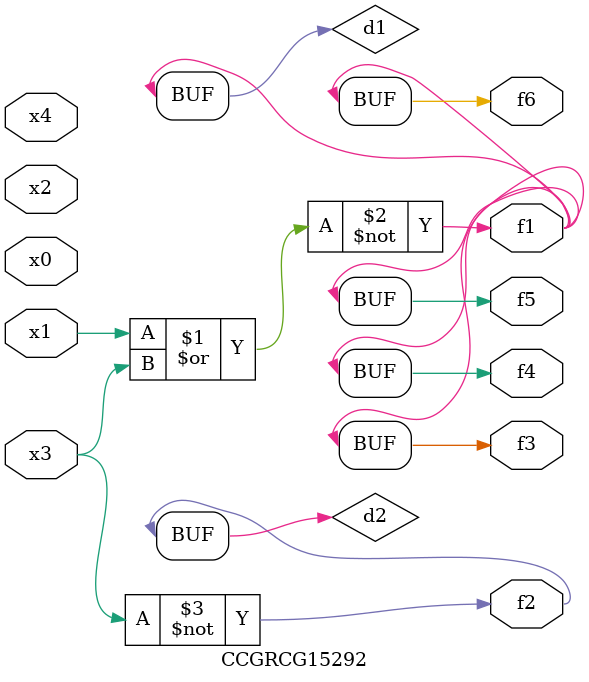
<source format=v>
module CCGRCG15292(
	input x0, x1, x2, x3, x4,
	output f1, f2, f3, f4, f5, f6
);

	wire d1, d2;

	nor (d1, x1, x3);
	not (d2, x3);
	assign f1 = d1;
	assign f2 = d2;
	assign f3 = d1;
	assign f4 = d1;
	assign f5 = d1;
	assign f6 = d1;
endmodule

</source>
